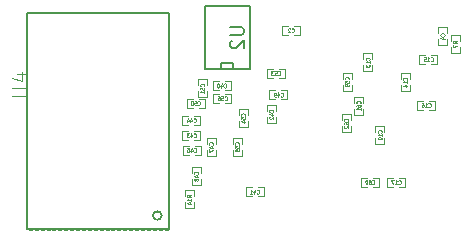
<source format=gbo>
G04 #@! TF.FileFunction,Legend,Bot*
%FSLAX46Y46*%
G04 Gerber Fmt 4.6, Leading zero omitted, Abs format (unit mm)*
G04 Created by KiCad (PCBNEW 4.1.0-alpha+201605292346+6852~44~ubuntu14.04.1-product) date Thu Jun  2 19:47:09 2016*
%MOMM*%
%LPD*%
G01*
G04 APERTURE LIST*
%ADD10C,0.150000*%
%ADD11C,0.071120*%
%ADD12C,0.127000*%
%ADD13C,0.066040*%
%ADD14C,0.203200*%
%ADD15C,0.152400*%
%ADD16C,0.088900*%
G04 APERTURE END LIST*
D10*
D11*
X161874200Y-86474300D02*
X161366200Y-86474300D01*
X161366200Y-86474300D02*
X161366200Y-85712300D01*
X161366200Y-85712300D02*
X161874200Y-85712300D01*
X162382200Y-86474300D02*
X162890200Y-86474300D01*
X162890200Y-86474300D02*
X162890200Y-85712300D01*
X162890200Y-85712300D02*
X162382200Y-85712300D01*
X175348900Y-86842600D02*
X175348900Y-87350600D01*
X175348900Y-87350600D02*
X174586900Y-87350600D01*
X174586900Y-87350600D02*
X174586900Y-86842600D01*
X175348900Y-86334600D02*
X175348900Y-85826600D01*
X175348900Y-85826600D02*
X174586900Y-85826600D01*
X174586900Y-85826600D02*
X174586900Y-86334600D01*
X169278300Y-94678500D02*
X169278300Y-94170500D01*
X169278300Y-94170500D02*
X170040300Y-94170500D01*
X170040300Y-94170500D02*
X170040300Y-94678500D01*
X169278300Y-95186500D02*
X169278300Y-95694500D01*
X169278300Y-95694500D02*
X170040300Y-95694500D01*
X170040300Y-95694500D02*
X170040300Y-95186500D01*
X169011600Y-89039700D02*
X169011600Y-89547700D01*
X169011600Y-89547700D02*
X168249600Y-89547700D01*
X168249600Y-89547700D02*
X168249600Y-89039700D01*
X169011600Y-88531700D02*
X169011600Y-88023700D01*
X169011600Y-88023700D02*
X168249600Y-88023700D01*
X168249600Y-88023700D02*
X168249600Y-88531700D01*
X171411900Y-90220800D02*
X171411900Y-89712800D01*
X171411900Y-89712800D02*
X172173900Y-89712800D01*
X172173900Y-89712800D02*
X172173900Y-90220800D01*
X171411900Y-90728800D02*
X171411900Y-91236800D01*
X171411900Y-91236800D02*
X172173900Y-91236800D01*
X172173900Y-91236800D02*
X172173900Y-90728800D01*
X173507400Y-88912700D02*
X172999400Y-88912700D01*
X172999400Y-88912700D02*
X172999400Y-88150700D01*
X172999400Y-88150700D02*
X173507400Y-88150700D01*
X174015400Y-88912700D02*
X174523400Y-88912700D01*
X174523400Y-88912700D02*
X174523400Y-88150700D01*
X174523400Y-88150700D02*
X174015400Y-88150700D01*
X173316900Y-92811600D02*
X172808900Y-92811600D01*
X172808900Y-92811600D02*
X172808900Y-92049600D01*
X172808900Y-92049600D02*
X173316900Y-92049600D01*
X173824900Y-92811600D02*
X174332900Y-92811600D01*
X174332900Y-92811600D02*
X174332900Y-92049600D01*
X174332900Y-92049600D02*
X173824900Y-92049600D01*
X171284900Y-98590100D02*
X171792900Y-98590100D01*
X171792900Y-98590100D02*
X171792900Y-99352100D01*
X171792900Y-99352100D02*
X171284900Y-99352100D01*
X170776900Y-98590100D02*
X170268900Y-98590100D01*
X170268900Y-98590100D02*
X170268900Y-99352100D01*
X170268900Y-99352100D02*
X170776900Y-99352100D01*
X175666400Y-86995000D02*
X175666400Y-86487000D01*
X175666400Y-86487000D02*
X176428400Y-86487000D01*
X176428400Y-86487000D02*
X176428400Y-86995000D01*
X175666400Y-87503000D02*
X175666400Y-88011000D01*
X175666400Y-88011000D02*
X176428400Y-88011000D01*
X176428400Y-88011000D02*
X176428400Y-87503000D01*
X153898600Y-100660200D02*
X153898600Y-101168200D01*
X153898600Y-101168200D02*
X153136600Y-101168200D01*
X153136600Y-101168200D02*
X153136600Y-100660200D01*
X153898600Y-100152200D02*
X153898600Y-99644200D01*
X153898600Y-99644200D02*
X153136600Y-99644200D01*
X153136600Y-99644200D02*
X153136600Y-100152200D01*
X158788100Y-100152200D02*
X158280100Y-100152200D01*
X158280100Y-100152200D02*
X158280100Y-99390200D01*
X158280100Y-99390200D02*
X158788100Y-99390200D01*
X159296100Y-100152200D02*
X159804100Y-100152200D01*
X159804100Y-100152200D02*
X159804100Y-99390200D01*
X159804100Y-99390200D02*
X159296100Y-99390200D01*
X160858200Y-93446600D02*
X160858200Y-93954600D01*
X160858200Y-93954600D02*
X160096200Y-93954600D01*
X160096200Y-93954600D02*
X160096200Y-93446600D01*
X160858200Y-92938600D02*
X160858200Y-92430600D01*
X160858200Y-92430600D02*
X160096200Y-92430600D01*
X160096200Y-92430600D02*
X160096200Y-92938600D01*
X153428700Y-94094300D02*
X152920700Y-94094300D01*
X152920700Y-94094300D02*
X152920700Y-93332300D01*
X152920700Y-93332300D02*
X153428700Y-93332300D01*
X153936700Y-94094300D02*
X154444700Y-94094300D01*
X154444700Y-94094300D02*
X154444700Y-93332300D01*
X154444700Y-93332300D02*
X153936700Y-93332300D01*
X153797000Y-92633800D02*
X153289000Y-92633800D01*
X153289000Y-92633800D02*
X153289000Y-91871800D01*
X153289000Y-91871800D02*
X153797000Y-91871800D01*
X154305000Y-92633800D02*
X154813000Y-92633800D01*
X154813000Y-92633800D02*
X154813000Y-91871800D01*
X154813000Y-91871800D02*
X154305000Y-91871800D01*
X154254200Y-90754200D02*
X154254200Y-90246200D01*
X154254200Y-90246200D02*
X155016200Y-90246200D01*
X155016200Y-90246200D02*
X155016200Y-90754200D01*
X154254200Y-91262200D02*
X154254200Y-91770200D01*
X154254200Y-91770200D02*
X155016200Y-91770200D01*
X155016200Y-91770200D02*
X155016200Y-91262200D01*
X160591500Y-90093800D02*
X160083500Y-90093800D01*
X160083500Y-90093800D02*
X160083500Y-89331800D01*
X160083500Y-89331800D02*
X160591500Y-89331800D01*
X161099500Y-90093800D02*
X161607500Y-90093800D01*
X161607500Y-90093800D02*
X161607500Y-89331800D01*
X161607500Y-89331800D02*
X161099500Y-89331800D01*
X158457900Y-93751400D02*
X158457900Y-94259400D01*
X158457900Y-94259400D02*
X157695900Y-94259400D01*
X157695900Y-94259400D02*
X157695900Y-93751400D01*
X158457900Y-93243400D02*
X158457900Y-92735400D01*
X158457900Y-92735400D02*
X157695900Y-92735400D01*
X157695900Y-92735400D02*
X157695900Y-93243400D01*
X157187900Y-95694500D02*
X157187900Y-95186500D01*
X157187900Y-95186500D02*
X157949900Y-95186500D01*
X157949900Y-95186500D02*
X157949900Y-95694500D01*
X157187900Y-96202500D02*
X157187900Y-96710500D01*
X157187900Y-96710500D02*
X157949900Y-96710500D01*
X157949900Y-96710500D02*
X157949900Y-96202500D01*
X156578300Y-91478100D02*
X157086300Y-91478100D01*
X157086300Y-91478100D02*
X157086300Y-92240100D01*
X157086300Y-92240100D02*
X156578300Y-92240100D01*
X156070300Y-91478100D02*
X155562300Y-91478100D01*
X155562300Y-91478100D02*
X155562300Y-92240100D01*
X155562300Y-92240100D02*
X156070300Y-92240100D01*
X156006800Y-91147900D02*
X155498800Y-91147900D01*
X155498800Y-91147900D02*
X155498800Y-90385900D01*
X155498800Y-90385900D02*
X156006800Y-90385900D01*
X156514800Y-91147900D02*
X157022800Y-91147900D01*
X157022800Y-91147900D02*
X157022800Y-90385900D01*
X157022800Y-90385900D02*
X156514800Y-90385900D01*
X153441400Y-95377000D02*
X152933400Y-95377000D01*
X152933400Y-95377000D02*
X152933400Y-94615000D01*
X152933400Y-94615000D02*
X153441400Y-94615000D01*
X153949400Y-95377000D02*
X154457400Y-95377000D01*
X154457400Y-95377000D02*
X154457400Y-94615000D01*
X154457400Y-94615000D02*
X153949400Y-94615000D01*
X153466800Y-96608900D02*
X152958800Y-96608900D01*
X152958800Y-96608900D02*
X152958800Y-95846900D01*
X152958800Y-95846900D02*
X153466800Y-95846900D01*
X153974800Y-96608900D02*
X154482800Y-96608900D01*
X154482800Y-96608900D02*
X154482800Y-95846900D01*
X154482800Y-95846900D02*
X153974800Y-95846900D01*
X155740100Y-96202500D02*
X155740100Y-96710500D01*
X155740100Y-96710500D02*
X154978100Y-96710500D01*
X154978100Y-96710500D02*
X154978100Y-96202500D01*
X155740100Y-95694500D02*
X155740100Y-95186500D01*
X155740100Y-95186500D02*
X154978100Y-95186500D01*
X154978100Y-95186500D02*
X154978100Y-95694500D01*
X153733500Y-98171000D02*
X153733500Y-97663000D01*
X153733500Y-97663000D02*
X154495500Y-97663000D01*
X154495500Y-97663000D02*
X154495500Y-98171000D01*
X153733500Y-98679000D02*
X153733500Y-99187000D01*
X153733500Y-99187000D02*
X154495500Y-99187000D01*
X154495500Y-99187000D02*
X154495500Y-98679000D01*
X160807400Y-91935300D02*
X160299400Y-91935300D01*
X160299400Y-91935300D02*
X160299400Y-91173300D01*
X160299400Y-91173300D02*
X160807400Y-91173300D01*
X161315400Y-91935300D02*
X161823400Y-91935300D01*
X161823400Y-91935300D02*
X161823400Y-91173300D01*
X161823400Y-91173300D02*
X161315400Y-91173300D01*
X167259000Y-90690700D02*
X167259000Y-91198700D01*
X167259000Y-91198700D02*
X166497000Y-91198700D01*
X166497000Y-91198700D02*
X166497000Y-90690700D01*
X167259000Y-90182700D02*
X167259000Y-89674700D01*
X167259000Y-89674700D02*
X166497000Y-89674700D01*
X166497000Y-89674700D02*
X166497000Y-90182700D01*
X168554400Y-99314000D02*
X168046400Y-99314000D01*
X168046400Y-99314000D02*
X168046400Y-98552000D01*
X168046400Y-98552000D02*
X168554400Y-98552000D01*
X169062400Y-99314000D02*
X169570400Y-99314000D01*
X169570400Y-99314000D02*
X169570400Y-98552000D01*
X169570400Y-98552000D02*
X169062400Y-98552000D01*
X167474900Y-92202000D02*
X167474900Y-91694000D01*
X167474900Y-91694000D02*
X168236900Y-91694000D01*
X168236900Y-91694000D02*
X168236900Y-92202000D01*
X167474900Y-92710000D02*
X167474900Y-93218000D01*
X167474900Y-93218000D02*
X168236900Y-93218000D01*
X168236900Y-93218000D02*
X168236900Y-92710000D01*
X167195500Y-94195900D02*
X167195500Y-94703900D01*
X167195500Y-94703900D02*
X166433500Y-94703900D01*
X166433500Y-94703900D02*
X166433500Y-94195900D01*
X167195500Y-93687900D02*
X167195500Y-93179900D01*
X167195500Y-93179900D02*
X166433500Y-93179900D01*
X166433500Y-93179900D02*
X166433500Y-93687900D01*
D12*
X154952700Y-89357200D02*
X154825700Y-89357200D01*
X154825700Y-89357200D02*
X154825700Y-84023200D01*
X158635700Y-84023200D02*
X158635700Y-89357200D01*
X158635700Y-89357200D02*
X154952700Y-89357200D01*
X157238700Y-89357200D02*
X157238700Y-88849200D01*
X157238700Y-88849200D02*
X156222700Y-88849200D01*
X156222700Y-88849200D02*
X156222700Y-89357200D01*
X158635700Y-84023200D02*
X154825700Y-84023200D01*
D10*
X151169255Y-101764100D02*
G75*
G03X151169255Y-101764100I-360555J0D01*
G01*
D13*
X151432260Y-102986840D02*
X151681180Y-102986840D01*
X150931880Y-102986840D02*
X151183340Y-102986840D01*
X150431500Y-102986840D02*
X150682960Y-102986840D01*
X149933660Y-102986840D02*
X150182580Y-102986840D01*
X149433280Y-102986840D02*
X149682200Y-102986840D01*
X148932900Y-102986840D02*
X149181820Y-102986840D01*
X148432520Y-102986840D02*
X148681440Y-102986840D01*
X147932140Y-102986840D02*
X148183600Y-102986840D01*
X147431760Y-102986840D02*
X147683220Y-102986840D01*
X146931380Y-102986840D02*
X147182840Y-102986840D01*
X146433540Y-102986840D02*
X146682460Y-102986840D01*
X145933160Y-102986840D02*
X146182080Y-102986840D01*
X145435320Y-102986840D02*
X145684240Y-102986840D01*
X144934940Y-102986840D02*
X145183860Y-102986840D01*
X144434560Y-102986840D02*
X144686020Y-102986840D01*
X143934180Y-102986840D02*
X144185640Y-102986840D01*
X143433800Y-102986840D02*
X143685260Y-102986840D01*
X142935960Y-102986840D02*
X143184880Y-102986840D01*
X142435580Y-102986840D02*
X142684500Y-102986840D01*
X141935200Y-102986840D02*
X142184120Y-102986840D01*
X141434820Y-102986840D02*
X141683740Y-102986840D01*
X140934440Y-102986840D02*
X141185900Y-102986840D01*
X140434060Y-102986840D02*
X140685520Y-102986840D01*
X139936220Y-102986840D02*
X140185140Y-102986840D01*
X139936220Y-84541360D02*
X140185140Y-84541360D01*
X140434060Y-84541360D02*
X140685520Y-84541360D01*
X140934440Y-84541360D02*
X141185900Y-84541360D01*
X141434820Y-84541360D02*
X141683740Y-84541360D01*
X141935200Y-84541360D02*
X142184120Y-84541360D01*
X142435580Y-84541360D02*
X142684500Y-84541360D01*
X142935960Y-84541360D02*
X143184880Y-84541360D01*
X143433800Y-84541360D02*
X143685260Y-84541360D01*
X143934180Y-84541360D02*
X144185640Y-84541360D01*
X144434560Y-84541360D02*
X144686020Y-84541360D01*
X144934940Y-84541360D02*
X145183860Y-84541360D01*
X145435320Y-84541360D02*
X145684240Y-84541360D01*
X145933160Y-84541360D02*
X146182080Y-84541360D01*
X146433540Y-84541360D02*
X146682460Y-84541360D01*
X146931380Y-84541360D02*
X147182840Y-84541360D01*
X147431760Y-84541360D02*
X147683220Y-84541360D01*
X147932140Y-84541360D02*
X148183600Y-84541360D01*
X148432520Y-84541360D02*
X148681440Y-84541360D01*
X148932900Y-84541360D02*
X149181820Y-84541360D01*
X149433280Y-84541360D02*
X149682200Y-84541360D01*
X149933660Y-84541360D02*
X150182580Y-84541360D01*
X150431500Y-84541360D02*
X150682960Y-84541360D01*
X150931880Y-84541360D02*
X151183340Y-84541360D01*
X151432260Y-84541360D02*
X151681180Y-84541360D01*
D14*
X151808180Y-102913180D02*
X151808180Y-84615020D01*
X151808180Y-84615020D02*
X139809220Y-84615020D01*
X139809220Y-84615020D02*
X139809220Y-102913180D01*
X139809220Y-102913180D02*
X151808180Y-102913180D01*
D11*
X162179000Y-86218485D02*
X162193514Y-86235177D01*
X162237057Y-86251868D01*
X162266085Y-86251868D01*
X162309628Y-86235177D01*
X162338657Y-86201794D01*
X162353171Y-86168411D01*
X162367685Y-86101645D01*
X162367685Y-86051571D01*
X162353171Y-85984805D01*
X162338657Y-85951422D01*
X162309628Y-85918040D01*
X162266085Y-85901348D01*
X162237057Y-85901348D01*
X162193514Y-85918040D01*
X162179000Y-85934731D01*
X162062885Y-85934731D02*
X162048371Y-85918040D01*
X162019342Y-85901348D01*
X161946771Y-85901348D01*
X161917742Y-85918040D01*
X161903228Y-85934731D01*
X161888714Y-85968114D01*
X161888714Y-86001497D01*
X161903228Y-86051571D01*
X162077400Y-86251868D01*
X161888714Y-86251868D01*
X175093085Y-86537800D02*
X175109777Y-86523285D01*
X175126468Y-86479742D01*
X175126468Y-86450714D01*
X175109777Y-86407171D01*
X175076394Y-86378142D01*
X175043011Y-86363628D01*
X174976245Y-86349114D01*
X174926171Y-86349114D01*
X174859405Y-86363628D01*
X174826022Y-86378142D01*
X174792640Y-86407171D01*
X174775948Y-86450714D01*
X174775948Y-86479742D01*
X174792640Y-86523285D01*
X174809331Y-86537800D01*
X174892788Y-86799057D02*
X175126468Y-86799057D01*
X174759257Y-86726485D02*
X175009628Y-86653914D01*
X175009628Y-86842600D01*
X169784485Y-94736557D02*
X169801177Y-94722042D01*
X169817868Y-94678500D01*
X169817868Y-94649471D01*
X169801177Y-94605928D01*
X169767794Y-94576900D01*
X169734411Y-94562385D01*
X169667645Y-94547871D01*
X169617571Y-94547871D01*
X169550805Y-94562385D01*
X169517422Y-94576900D01*
X169484040Y-94605928D01*
X169467348Y-94649471D01*
X169467348Y-94678500D01*
X169484040Y-94722042D01*
X169500731Y-94736557D01*
X169817868Y-95026842D02*
X169817868Y-94852671D01*
X169817868Y-94939757D02*
X169467348Y-94939757D01*
X169517422Y-94910728D01*
X169550805Y-94881700D01*
X169567497Y-94852671D01*
X169467348Y-95215528D02*
X169467348Y-95244557D01*
X169484040Y-95273585D01*
X169500731Y-95288100D01*
X169534114Y-95302614D01*
X169600880Y-95317128D01*
X169684337Y-95317128D01*
X169751102Y-95302614D01*
X169784485Y-95288100D01*
X169801177Y-95273585D01*
X169817868Y-95244557D01*
X169817868Y-95215528D01*
X169801177Y-95186500D01*
X169784485Y-95171985D01*
X169751102Y-95157471D01*
X169684337Y-95142957D01*
X169600880Y-95142957D01*
X169534114Y-95157471D01*
X169500731Y-95171985D01*
X169484040Y-95186500D01*
X169467348Y-95215528D01*
X168755785Y-88589757D02*
X168772477Y-88575242D01*
X168789168Y-88531700D01*
X168789168Y-88502671D01*
X168772477Y-88459128D01*
X168739094Y-88430100D01*
X168705711Y-88415585D01*
X168638945Y-88401071D01*
X168588871Y-88401071D01*
X168522105Y-88415585D01*
X168488722Y-88430100D01*
X168455340Y-88459128D01*
X168438648Y-88502671D01*
X168438648Y-88531700D01*
X168455340Y-88575242D01*
X168472031Y-88589757D01*
X168789168Y-88880042D02*
X168789168Y-88705871D01*
X168789168Y-88792957D02*
X168438648Y-88792957D01*
X168488722Y-88763928D01*
X168522105Y-88734900D01*
X168538797Y-88705871D01*
X168438648Y-88981642D02*
X168438648Y-89170328D01*
X168572180Y-89068728D01*
X168572180Y-89112271D01*
X168588871Y-89141300D01*
X168605562Y-89155814D01*
X168638945Y-89170328D01*
X168722402Y-89170328D01*
X168755785Y-89155814D01*
X168772477Y-89141300D01*
X168789168Y-89112271D01*
X168789168Y-89025185D01*
X168772477Y-88996157D01*
X168755785Y-88981642D01*
X171918085Y-90278857D02*
X171934777Y-90264342D01*
X171951468Y-90220800D01*
X171951468Y-90191771D01*
X171934777Y-90148228D01*
X171901394Y-90119200D01*
X171868011Y-90104685D01*
X171801245Y-90090171D01*
X171751171Y-90090171D01*
X171684405Y-90104685D01*
X171651022Y-90119200D01*
X171617640Y-90148228D01*
X171600948Y-90191771D01*
X171600948Y-90220800D01*
X171617640Y-90264342D01*
X171634331Y-90278857D01*
X171951468Y-90569142D02*
X171951468Y-90394971D01*
X171951468Y-90482057D02*
X171600948Y-90482057D01*
X171651022Y-90453028D01*
X171684405Y-90424000D01*
X171701097Y-90394971D01*
X171717788Y-90830400D02*
X171951468Y-90830400D01*
X171584257Y-90757828D02*
X171834628Y-90685257D01*
X171834628Y-90873942D01*
X173957342Y-88656885D02*
X173971857Y-88673577D01*
X174015400Y-88690268D01*
X174044428Y-88690268D01*
X174087971Y-88673577D01*
X174117000Y-88640194D01*
X174131514Y-88606811D01*
X174146028Y-88540045D01*
X174146028Y-88489971D01*
X174131514Y-88423205D01*
X174117000Y-88389822D01*
X174087971Y-88356440D01*
X174044428Y-88339748D01*
X174015400Y-88339748D01*
X173971857Y-88356440D01*
X173957342Y-88373131D01*
X173667057Y-88690268D02*
X173841228Y-88690268D01*
X173754142Y-88690268D02*
X173754142Y-88339748D01*
X173783171Y-88389822D01*
X173812200Y-88423205D01*
X173841228Y-88439897D01*
X173391285Y-88339748D02*
X173536428Y-88339748D01*
X173550942Y-88506662D01*
X173536428Y-88489971D01*
X173507400Y-88473280D01*
X173434828Y-88473280D01*
X173405800Y-88489971D01*
X173391285Y-88506662D01*
X173376771Y-88540045D01*
X173376771Y-88623502D01*
X173391285Y-88656885D01*
X173405800Y-88673577D01*
X173434828Y-88690268D01*
X173507400Y-88690268D01*
X173536428Y-88673577D01*
X173550942Y-88656885D01*
X173766842Y-92555785D02*
X173781357Y-92572477D01*
X173824900Y-92589168D01*
X173853928Y-92589168D01*
X173897471Y-92572477D01*
X173926500Y-92539094D01*
X173941014Y-92505711D01*
X173955528Y-92438945D01*
X173955528Y-92388871D01*
X173941014Y-92322105D01*
X173926500Y-92288722D01*
X173897471Y-92255340D01*
X173853928Y-92238648D01*
X173824900Y-92238648D01*
X173781357Y-92255340D01*
X173766842Y-92272031D01*
X173476557Y-92589168D02*
X173650728Y-92589168D01*
X173563642Y-92589168D02*
X173563642Y-92238648D01*
X173592671Y-92288722D01*
X173621700Y-92322105D01*
X173650728Y-92338797D01*
X173215300Y-92238648D02*
X173273357Y-92238648D01*
X173302385Y-92255340D01*
X173316900Y-92272031D01*
X173345928Y-92322105D01*
X173360442Y-92388871D01*
X173360442Y-92522402D01*
X173345928Y-92555785D01*
X173331414Y-92572477D01*
X173302385Y-92589168D01*
X173244328Y-92589168D01*
X173215300Y-92572477D01*
X173200785Y-92555785D01*
X173186271Y-92522402D01*
X173186271Y-92438945D01*
X173200785Y-92405562D01*
X173215300Y-92388871D01*
X173244328Y-92372180D01*
X173302385Y-92372180D01*
X173331414Y-92388871D01*
X173345928Y-92405562D01*
X173360442Y-92438945D01*
X171226842Y-99096285D02*
X171241357Y-99112977D01*
X171284900Y-99129668D01*
X171313928Y-99129668D01*
X171357471Y-99112977D01*
X171386500Y-99079594D01*
X171401014Y-99046211D01*
X171415528Y-98979445D01*
X171415528Y-98929371D01*
X171401014Y-98862605D01*
X171386500Y-98829222D01*
X171357471Y-98795840D01*
X171313928Y-98779148D01*
X171284900Y-98779148D01*
X171241357Y-98795840D01*
X171226842Y-98812531D01*
X170936557Y-99129668D02*
X171110728Y-99129668D01*
X171023642Y-99129668D02*
X171023642Y-98779148D01*
X171052671Y-98829222D01*
X171081700Y-98862605D01*
X171110728Y-98879297D01*
X170834957Y-98779148D02*
X170631757Y-98779148D01*
X170762385Y-99129668D01*
X176205968Y-87198200D02*
X176039054Y-87096600D01*
X176205968Y-87024028D02*
X175855448Y-87024028D01*
X175855448Y-87140142D01*
X175872140Y-87169171D01*
X175888831Y-87183685D01*
X175922214Y-87198200D01*
X175972288Y-87198200D01*
X176005671Y-87183685D01*
X176022362Y-87169171D01*
X176039054Y-87140142D01*
X176039054Y-87024028D01*
X175855448Y-87299800D02*
X175855448Y-87503000D01*
X176205968Y-87372371D01*
X153676168Y-100210257D02*
X153509254Y-100108657D01*
X153676168Y-100036085D02*
X153325648Y-100036085D01*
X153325648Y-100152200D01*
X153342340Y-100181228D01*
X153359031Y-100195742D01*
X153392414Y-100210257D01*
X153442488Y-100210257D01*
X153475871Y-100195742D01*
X153492562Y-100181228D01*
X153509254Y-100152200D01*
X153509254Y-100036085D01*
X153676168Y-100500542D02*
X153676168Y-100326371D01*
X153676168Y-100413457D02*
X153325648Y-100413457D01*
X153375722Y-100384428D01*
X153409105Y-100355400D01*
X153425797Y-100326371D01*
X153442488Y-100761800D02*
X153676168Y-100761800D01*
X153308957Y-100689228D02*
X153559328Y-100616657D01*
X153559328Y-100805342D01*
X159238042Y-99896385D02*
X159252557Y-99913077D01*
X159296100Y-99929768D01*
X159325128Y-99929768D01*
X159368671Y-99913077D01*
X159397700Y-99879694D01*
X159412214Y-99846311D01*
X159426728Y-99779545D01*
X159426728Y-99729471D01*
X159412214Y-99662705D01*
X159397700Y-99629322D01*
X159368671Y-99595940D01*
X159325128Y-99579248D01*
X159296100Y-99579248D01*
X159252557Y-99595940D01*
X159238042Y-99612631D01*
X158976785Y-99696088D02*
X158976785Y-99929768D01*
X159049357Y-99562557D02*
X159121928Y-99812928D01*
X158933242Y-99812928D01*
X158657471Y-99929768D02*
X158831642Y-99929768D01*
X158744557Y-99929768D02*
X158744557Y-99579248D01*
X158773585Y-99629322D01*
X158802614Y-99662705D01*
X158831642Y-99679397D01*
X160602385Y-92996657D02*
X160619077Y-92982142D01*
X160635768Y-92938600D01*
X160635768Y-92909571D01*
X160619077Y-92866028D01*
X160585694Y-92837000D01*
X160552311Y-92822485D01*
X160485545Y-92807971D01*
X160435471Y-92807971D01*
X160368705Y-92822485D01*
X160335322Y-92837000D01*
X160301940Y-92866028D01*
X160285248Y-92909571D01*
X160285248Y-92938600D01*
X160301940Y-92982142D01*
X160318631Y-92996657D01*
X160402088Y-93257914D02*
X160635768Y-93257914D01*
X160268557Y-93185342D02*
X160518928Y-93112771D01*
X160518928Y-93301457D01*
X160318631Y-93403057D02*
X160301940Y-93417571D01*
X160285248Y-93446600D01*
X160285248Y-93519171D01*
X160301940Y-93548200D01*
X160318631Y-93562714D01*
X160352014Y-93577228D01*
X160385397Y-93577228D01*
X160435471Y-93562714D01*
X160635768Y-93388542D01*
X160635768Y-93577228D01*
X153878642Y-93838485D02*
X153893157Y-93855177D01*
X153936700Y-93871868D01*
X153965728Y-93871868D01*
X154009271Y-93855177D01*
X154038300Y-93821794D01*
X154052814Y-93788411D01*
X154067328Y-93721645D01*
X154067328Y-93671571D01*
X154052814Y-93604805D01*
X154038300Y-93571422D01*
X154009271Y-93538040D01*
X153965728Y-93521348D01*
X153936700Y-93521348D01*
X153893157Y-93538040D01*
X153878642Y-93554731D01*
X153617385Y-93638188D02*
X153617385Y-93871868D01*
X153689957Y-93504657D02*
X153762528Y-93755028D01*
X153573842Y-93755028D01*
X153327100Y-93638188D02*
X153327100Y-93871868D01*
X153399671Y-93504657D02*
X153472242Y-93755028D01*
X153283557Y-93755028D01*
X154246942Y-92377985D02*
X154261457Y-92394677D01*
X154305000Y-92411368D01*
X154334028Y-92411368D01*
X154377571Y-92394677D01*
X154406600Y-92361294D01*
X154421114Y-92327911D01*
X154435628Y-92261145D01*
X154435628Y-92211071D01*
X154421114Y-92144305D01*
X154406600Y-92110922D01*
X154377571Y-92077540D01*
X154334028Y-92060848D01*
X154305000Y-92060848D01*
X154261457Y-92077540D01*
X154246942Y-92094231D01*
X153971171Y-92060848D02*
X154116314Y-92060848D01*
X154130828Y-92227762D01*
X154116314Y-92211071D01*
X154087285Y-92194380D01*
X154014714Y-92194380D01*
X153985685Y-92211071D01*
X153971171Y-92227762D01*
X153956657Y-92261145D01*
X153956657Y-92344602D01*
X153971171Y-92377985D01*
X153985685Y-92394677D01*
X154014714Y-92411368D01*
X154087285Y-92411368D01*
X154116314Y-92394677D01*
X154130828Y-92377985D01*
X153767971Y-92060848D02*
X153738942Y-92060848D01*
X153709914Y-92077540D01*
X153695400Y-92094231D01*
X153680885Y-92127614D01*
X153666371Y-92194380D01*
X153666371Y-92277837D01*
X153680885Y-92344602D01*
X153695400Y-92377985D01*
X153709914Y-92394677D01*
X153738942Y-92411368D01*
X153767971Y-92411368D01*
X153797000Y-92394677D01*
X153811514Y-92377985D01*
X153826028Y-92344602D01*
X153840542Y-92277837D01*
X153840542Y-92194380D01*
X153826028Y-92127614D01*
X153811514Y-92094231D01*
X153797000Y-92077540D01*
X153767971Y-92060848D01*
X154760385Y-90812257D02*
X154777077Y-90797742D01*
X154793768Y-90754200D01*
X154793768Y-90725171D01*
X154777077Y-90681628D01*
X154743694Y-90652600D01*
X154710311Y-90638085D01*
X154643545Y-90623571D01*
X154593471Y-90623571D01*
X154526705Y-90638085D01*
X154493322Y-90652600D01*
X154459940Y-90681628D01*
X154443248Y-90725171D01*
X154443248Y-90754200D01*
X154459940Y-90797742D01*
X154476631Y-90812257D01*
X154443248Y-91088028D02*
X154443248Y-90942885D01*
X154610162Y-90928371D01*
X154593471Y-90942885D01*
X154576780Y-90971914D01*
X154576780Y-91044485D01*
X154593471Y-91073514D01*
X154610162Y-91088028D01*
X154643545Y-91102542D01*
X154727002Y-91102542D01*
X154760385Y-91088028D01*
X154777077Y-91073514D01*
X154793768Y-91044485D01*
X154793768Y-90971914D01*
X154777077Y-90942885D01*
X154760385Y-90928371D01*
X154793768Y-91392828D02*
X154793768Y-91218657D01*
X154793768Y-91305742D02*
X154443248Y-91305742D01*
X154493322Y-91276714D01*
X154526705Y-91247685D01*
X154543397Y-91218657D01*
X161041442Y-89837985D02*
X161055957Y-89854677D01*
X161099500Y-89871368D01*
X161128528Y-89871368D01*
X161172071Y-89854677D01*
X161201100Y-89821294D01*
X161215614Y-89787911D01*
X161230128Y-89721145D01*
X161230128Y-89671071D01*
X161215614Y-89604305D01*
X161201100Y-89570922D01*
X161172071Y-89537540D01*
X161128528Y-89520848D01*
X161099500Y-89520848D01*
X161055957Y-89537540D01*
X161041442Y-89554231D01*
X160765671Y-89520848D02*
X160910814Y-89520848D01*
X160925328Y-89687762D01*
X160910814Y-89671071D01*
X160881785Y-89654380D01*
X160809214Y-89654380D01*
X160780185Y-89671071D01*
X160765671Y-89687762D01*
X160751157Y-89721145D01*
X160751157Y-89804602D01*
X160765671Y-89837985D01*
X160780185Y-89854677D01*
X160809214Y-89871368D01*
X160881785Y-89871368D01*
X160910814Y-89854677D01*
X160925328Y-89837985D01*
X160649557Y-89520848D02*
X160460871Y-89520848D01*
X160562471Y-89654380D01*
X160518928Y-89654380D01*
X160489900Y-89671071D01*
X160475385Y-89687762D01*
X160460871Y-89721145D01*
X160460871Y-89804602D01*
X160475385Y-89837985D01*
X160489900Y-89854677D01*
X160518928Y-89871368D01*
X160606014Y-89871368D01*
X160635042Y-89854677D01*
X160649557Y-89837985D01*
X158202085Y-93301457D02*
X158218777Y-93286942D01*
X158235468Y-93243400D01*
X158235468Y-93214371D01*
X158218777Y-93170828D01*
X158185394Y-93141800D01*
X158152011Y-93127285D01*
X158085245Y-93112771D01*
X158035171Y-93112771D01*
X157968405Y-93127285D01*
X157935022Y-93141800D01*
X157901640Y-93170828D01*
X157884948Y-93214371D01*
X157884948Y-93243400D01*
X157901640Y-93286942D01*
X157918331Y-93301457D01*
X157884948Y-93577228D02*
X157884948Y-93432085D01*
X158051862Y-93417571D01*
X158035171Y-93432085D01*
X158018480Y-93461114D01*
X158018480Y-93533685D01*
X158035171Y-93562714D01*
X158051862Y-93577228D01*
X158085245Y-93591742D01*
X158168702Y-93591742D01*
X158202085Y-93577228D01*
X158218777Y-93562714D01*
X158235468Y-93533685D01*
X158235468Y-93461114D01*
X158218777Y-93432085D01*
X158202085Y-93417571D01*
X158001788Y-93853000D02*
X158235468Y-93853000D01*
X157868257Y-93780428D02*
X158118628Y-93707857D01*
X158118628Y-93896542D01*
X157694085Y-95752557D02*
X157710777Y-95738042D01*
X157727468Y-95694500D01*
X157727468Y-95665471D01*
X157710777Y-95621928D01*
X157677394Y-95592900D01*
X157644011Y-95578385D01*
X157577245Y-95563871D01*
X157527171Y-95563871D01*
X157460405Y-95578385D01*
X157427022Y-95592900D01*
X157393640Y-95621928D01*
X157376948Y-95665471D01*
X157376948Y-95694500D01*
X157393640Y-95738042D01*
X157410331Y-95752557D01*
X157376948Y-96028328D02*
X157376948Y-95883185D01*
X157543862Y-95868671D01*
X157527171Y-95883185D01*
X157510480Y-95912214D01*
X157510480Y-95984785D01*
X157527171Y-96013814D01*
X157543862Y-96028328D01*
X157577245Y-96042842D01*
X157660702Y-96042842D01*
X157694085Y-96028328D01*
X157710777Y-96013814D01*
X157727468Y-95984785D01*
X157727468Y-95912214D01*
X157710777Y-95883185D01*
X157694085Y-95868671D01*
X157376948Y-96318614D02*
X157376948Y-96173471D01*
X157543862Y-96158957D01*
X157527171Y-96173471D01*
X157510480Y-96202500D01*
X157510480Y-96275071D01*
X157527171Y-96304100D01*
X157543862Y-96318614D01*
X157577245Y-96333128D01*
X157660702Y-96333128D01*
X157694085Y-96318614D01*
X157710777Y-96304100D01*
X157727468Y-96275071D01*
X157727468Y-96202500D01*
X157710777Y-96173471D01*
X157694085Y-96158957D01*
X156520242Y-91984285D02*
X156534757Y-92000977D01*
X156578300Y-92017668D01*
X156607328Y-92017668D01*
X156650871Y-92000977D01*
X156679900Y-91967594D01*
X156694414Y-91934211D01*
X156708928Y-91867445D01*
X156708928Y-91817371D01*
X156694414Y-91750605D01*
X156679900Y-91717222D01*
X156650871Y-91683840D01*
X156607328Y-91667148D01*
X156578300Y-91667148D01*
X156534757Y-91683840D01*
X156520242Y-91700531D01*
X156244471Y-91667148D02*
X156389614Y-91667148D01*
X156404128Y-91834062D01*
X156389614Y-91817371D01*
X156360585Y-91800680D01*
X156288014Y-91800680D01*
X156258985Y-91817371D01*
X156244471Y-91834062D01*
X156229957Y-91867445D01*
X156229957Y-91950902D01*
X156244471Y-91984285D01*
X156258985Y-92000977D01*
X156288014Y-92017668D01*
X156360585Y-92017668D01*
X156389614Y-92000977D01*
X156404128Y-91984285D01*
X155968700Y-91667148D02*
X156026757Y-91667148D01*
X156055785Y-91683840D01*
X156070300Y-91700531D01*
X156099328Y-91750605D01*
X156113842Y-91817371D01*
X156113842Y-91950902D01*
X156099328Y-91984285D01*
X156084814Y-92000977D01*
X156055785Y-92017668D01*
X155997728Y-92017668D01*
X155968700Y-92000977D01*
X155954185Y-91984285D01*
X155939671Y-91950902D01*
X155939671Y-91867445D01*
X155954185Y-91834062D01*
X155968700Y-91817371D01*
X155997728Y-91800680D01*
X156055785Y-91800680D01*
X156084814Y-91817371D01*
X156099328Y-91834062D01*
X156113842Y-91867445D01*
X156456742Y-90892085D02*
X156471257Y-90908777D01*
X156514800Y-90925468D01*
X156543828Y-90925468D01*
X156587371Y-90908777D01*
X156616400Y-90875394D01*
X156630914Y-90842011D01*
X156645428Y-90775245D01*
X156645428Y-90725171D01*
X156630914Y-90658405D01*
X156616400Y-90625022D01*
X156587371Y-90591640D01*
X156543828Y-90574948D01*
X156514800Y-90574948D01*
X156471257Y-90591640D01*
X156456742Y-90608331D01*
X156195485Y-90691788D02*
X156195485Y-90925468D01*
X156268057Y-90558257D02*
X156340628Y-90808628D01*
X156151942Y-90808628D01*
X155977771Y-90574948D02*
X155948742Y-90574948D01*
X155919714Y-90591640D01*
X155905200Y-90608331D01*
X155890685Y-90641714D01*
X155876171Y-90708480D01*
X155876171Y-90791937D01*
X155890685Y-90858702D01*
X155905200Y-90892085D01*
X155919714Y-90908777D01*
X155948742Y-90925468D01*
X155977771Y-90925468D01*
X156006800Y-90908777D01*
X156021314Y-90892085D01*
X156035828Y-90858702D01*
X156050342Y-90791937D01*
X156050342Y-90708480D01*
X156035828Y-90641714D01*
X156021314Y-90608331D01*
X156006800Y-90591640D01*
X155977771Y-90574948D01*
X153891342Y-95121185D02*
X153905857Y-95137877D01*
X153949400Y-95154568D01*
X153978428Y-95154568D01*
X154021971Y-95137877D01*
X154051000Y-95104494D01*
X154065514Y-95071111D01*
X154080028Y-95004345D01*
X154080028Y-94954271D01*
X154065514Y-94887505D01*
X154051000Y-94854122D01*
X154021971Y-94820740D01*
X153978428Y-94804048D01*
X153949400Y-94804048D01*
X153905857Y-94820740D01*
X153891342Y-94837431D01*
X153630085Y-94920888D02*
X153630085Y-95154568D01*
X153702657Y-94787357D02*
X153775228Y-95037728D01*
X153586542Y-95037728D01*
X153499457Y-94804048D02*
X153310771Y-94804048D01*
X153412371Y-94937580D01*
X153368828Y-94937580D01*
X153339800Y-94954271D01*
X153325285Y-94970962D01*
X153310771Y-95004345D01*
X153310771Y-95087802D01*
X153325285Y-95121185D01*
X153339800Y-95137877D01*
X153368828Y-95154568D01*
X153455914Y-95154568D01*
X153484942Y-95137877D01*
X153499457Y-95121185D01*
X153916742Y-96353085D02*
X153931257Y-96369777D01*
X153974800Y-96386468D01*
X154003828Y-96386468D01*
X154047371Y-96369777D01*
X154076400Y-96336394D01*
X154090914Y-96303011D01*
X154105428Y-96236245D01*
X154105428Y-96186171D01*
X154090914Y-96119405D01*
X154076400Y-96086022D01*
X154047371Y-96052640D01*
X154003828Y-96035948D01*
X153974800Y-96035948D01*
X153931257Y-96052640D01*
X153916742Y-96069331D01*
X153655485Y-96152788D02*
X153655485Y-96386468D01*
X153728057Y-96019257D02*
X153800628Y-96269628D01*
X153611942Y-96269628D01*
X153365200Y-96035948D02*
X153423257Y-96035948D01*
X153452285Y-96052640D01*
X153466800Y-96069331D01*
X153495828Y-96119405D01*
X153510342Y-96186171D01*
X153510342Y-96319702D01*
X153495828Y-96353085D01*
X153481314Y-96369777D01*
X153452285Y-96386468D01*
X153394228Y-96386468D01*
X153365200Y-96369777D01*
X153350685Y-96353085D01*
X153336171Y-96319702D01*
X153336171Y-96236245D01*
X153350685Y-96202862D01*
X153365200Y-96186171D01*
X153394228Y-96169480D01*
X153452285Y-96169480D01*
X153481314Y-96186171D01*
X153495828Y-96202862D01*
X153510342Y-96236245D01*
X155484285Y-95752557D02*
X155500977Y-95738042D01*
X155517668Y-95694500D01*
X155517668Y-95665471D01*
X155500977Y-95621928D01*
X155467594Y-95592900D01*
X155434211Y-95578385D01*
X155367445Y-95563871D01*
X155317371Y-95563871D01*
X155250605Y-95578385D01*
X155217222Y-95592900D01*
X155183840Y-95621928D01*
X155167148Y-95665471D01*
X155167148Y-95694500D01*
X155183840Y-95738042D01*
X155200531Y-95752557D01*
X155283988Y-96013814D02*
X155517668Y-96013814D01*
X155150457Y-95941242D02*
X155400828Y-95868671D01*
X155400828Y-96057357D01*
X155167148Y-96144442D02*
X155167148Y-96347642D01*
X155517668Y-96217014D01*
X154239685Y-98229057D02*
X154256377Y-98214542D01*
X154273068Y-98171000D01*
X154273068Y-98141971D01*
X154256377Y-98098428D01*
X154222994Y-98069400D01*
X154189611Y-98054885D01*
X154122845Y-98040371D01*
X154072771Y-98040371D01*
X154006005Y-98054885D01*
X153972622Y-98069400D01*
X153939240Y-98098428D01*
X153922548Y-98141971D01*
X153922548Y-98171000D01*
X153939240Y-98214542D01*
X153955931Y-98229057D01*
X154039388Y-98490314D02*
X154273068Y-98490314D01*
X153905857Y-98417742D02*
X154156228Y-98345171D01*
X154156228Y-98533857D01*
X154072771Y-98693514D02*
X154056080Y-98664485D01*
X154039388Y-98649971D01*
X154006005Y-98635457D01*
X153989314Y-98635457D01*
X153955931Y-98649971D01*
X153939240Y-98664485D01*
X153922548Y-98693514D01*
X153922548Y-98751571D01*
X153939240Y-98780600D01*
X153955931Y-98795114D01*
X153989314Y-98809628D01*
X154006005Y-98809628D01*
X154039388Y-98795114D01*
X154056080Y-98780600D01*
X154072771Y-98751571D01*
X154072771Y-98693514D01*
X154089462Y-98664485D01*
X154106154Y-98649971D01*
X154139537Y-98635457D01*
X154206302Y-98635457D01*
X154239685Y-98649971D01*
X154256377Y-98664485D01*
X154273068Y-98693514D01*
X154273068Y-98751571D01*
X154256377Y-98780600D01*
X154239685Y-98795114D01*
X154206302Y-98809628D01*
X154139537Y-98809628D01*
X154106154Y-98795114D01*
X154089462Y-98780600D01*
X154072771Y-98751571D01*
X161257342Y-91679485D02*
X161271857Y-91696177D01*
X161315400Y-91712868D01*
X161344428Y-91712868D01*
X161387971Y-91696177D01*
X161417000Y-91662794D01*
X161431514Y-91629411D01*
X161446028Y-91562645D01*
X161446028Y-91512571D01*
X161431514Y-91445805D01*
X161417000Y-91412422D01*
X161387971Y-91379040D01*
X161344428Y-91362348D01*
X161315400Y-91362348D01*
X161271857Y-91379040D01*
X161257342Y-91395731D01*
X160996085Y-91479188D02*
X160996085Y-91712868D01*
X161068657Y-91345657D02*
X161141228Y-91596028D01*
X160952542Y-91596028D01*
X160821914Y-91712868D02*
X160763857Y-91712868D01*
X160734828Y-91696177D01*
X160720314Y-91679485D01*
X160691285Y-91629411D01*
X160676771Y-91562645D01*
X160676771Y-91429114D01*
X160691285Y-91395731D01*
X160705800Y-91379040D01*
X160734828Y-91362348D01*
X160792885Y-91362348D01*
X160821914Y-91379040D01*
X160836428Y-91395731D01*
X160850942Y-91429114D01*
X160850942Y-91512571D01*
X160836428Y-91545954D01*
X160821914Y-91562645D01*
X160792885Y-91579337D01*
X160734828Y-91579337D01*
X160705800Y-91562645D01*
X160691285Y-91545954D01*
X160676771Y-91512571D01*
X167003185Y-90240757D02*
X167019877Y-90226242D01*
X167036568Y-90182700D01*
X167036568Y-90153671D01*
X167019877Y-90110128D01*
X166986494Y-90081100D01*
X166953111Y-90066585D01*
X166886345Y-90052071D01*
X166836271Y-90052071D01*
X166769505Y-90066585D01*
X166736122Y-90081100D01*
X166702740Y-90110128D01*
X166686048Y-90153671D01*
X166686048Y-90182700D01*
X166702740Y-90226242D01*
X166719431Y-90240757D01*
X166686048Y-90516528D02*
X166686048Y-90371385D01*
X166852962Y-90356871D01*
X166836271Y-90371385D01*
X166819580Y-90400414D01*
X166819580Y-90472985D01*
X166836271Y-90502014D01*
X166852962Y-90516528D01*
X166886345Y-90531042D01*
X166969802Y-90531042D01*
X167003185Y-90516528D01*
X167019877Y-90502014D01*
X167036568Y-90472985D01*
X167036568Y-90400414D01*
X167019877Y-90371385D01*
X167003185Y-90356871D01*
X167036568Y-90676185D02*
X167036568Y-90734242D01*
X167019877Y-90763271D01*
X167003185Y-90777785D01*
X166953111Y-90806814D01*
X166886345Y-90821328D01*
X166752814Y-90821328D01*
X166719431Y-90806814D01*
X166702740Y-90792300D01*
X166686048Y-90763271D01*
X166686048Y-90705214D01*
X166702740Y-90676185D01*
X166719431Y-90661671D01*
X166752814Y-90647157D01*
X166836271Y-90647157D01*
X166869654Y-90661671D01*
X166886345Y-90676185D01*
X166903037Y-90705214D01*
X166903037Y-90763271D01*
X166886345Y-90792300D01*
X166869654Y-90806814D01*
X166836271Y-90821328D01*
X169004342Y-99058185D02*
X169018857Y-99074877D01*
X169062400Y-99091568D01*
X169091428Y-99091568D01*
X169134971Y-99074877D01*
X169164000Y-99041494D01*
X169178514Y-99008111D01*
X169193028Y-98941345D01*
X169193028Y-98891271D01*
X169178514Y-98824505D01*
X169164000Y-98791122D01*
X169134971Y-98757740D01*
X169091428Y-98741048D01*
X169062400Y-98741048D01*
X169018857Y-98757740D01*
X169004342Y-98774431D01*
X168743085Y-98741048D02*
X168801142Y-98741048D01*
X168830171Y-98757740D01*
X168844685Y-98774431D01*
X168873714Y-98824505D01*
X168888228Y-98891271D01*
X168888228Y-99024802D01*
X168873714Y-99058185D01*
X168859200Y-99074877D01*
X168830171Y-99091568D01*
X168772114Y-99091568D01*
X168743085Y-99074877D01*
X168728571Y-99058185D01*
X168714057Y-99024802D01*
X168714057Y-98941345D01*
X168728571Y-98907962D01*
X168743085Y-98891271D01*
X168772114Y-98874580D01*
X168830171Y-98874580D01*
X168859200Y-98891271D01*
X168873714Y-98907962D01*
X168888228Y-98941345D01*
X168525371Y-98741048D02*
X168496342Y-98741048D01*
X168467314Y-98757740D01*
X168452800Y-98774431D01*
X168438285Y-98807814D01*
X168423771Y-98874580D01*
X168423771Y-98958037D01*
X168438285Y-99024802D01*
X168452800Y-99058185D01*
X168467314Y-99074877D01*
X168496342Y-99091568D01*
X168525371Y-99091568D01*
X168554400Y-99074877D01*
X168568914Y-99058185D01*
X168583428Y-99024802D01*
X168597942Y-98958037D01*
X168597942Y-98874580D01*
X168583428Y-98807814D01*
X168568914Y-98774431D01*
X168554400Y-98757740D01*
X168525371Y-98741048D01*
X167981085Y-92260057D02*
X167997777Y-92245542D01*
X168014468Y-92202000D01*
X168014468Y-92172971D01*
X167997777Y-92129428D01*
X167964394Y-92100400D01*
X167931011Y-92085885D01*
X167864245Y-92071371D01*
X167814171Y-92071371D01*
X167747405Y-92085885D01*
X167714022Y-92100400D01*
X167680640Y-92129428D01*
X167663948Y-92172971D01*
X167663948Y-92202000D01*
X167680640Y-92245542D01*
X167697331Y-92260057D01*
X167663948Y-92521314D02*
X167663948Y-92463257D01*
X167680640Y-92434228D01*
X167697331Y-92419714D01*
X167747405Y-92390685D01*
X167814171Y-92376171D01*
X167947702Y-92376171D01*
X167981085Y-92390685D01*
X167997777Y-92405200D01*
X168014468Y-92434228D01*
X168014468Y-92492285D01*
X167997777Y-92521314D01*
X167981085Y-92535828D01*
X167947702Y-92550342D01*
X167864245Y-92550342D01*
X167830862Y-92535828D01*
X167814171Y-92521314D01*
X167797480Y-92492285D01*
X167797480Y-92434228D01*
X167814171Y-92405200D01*
X167830862Y-92390685D01*
X167864245Y-92376171D01*
X168014468Y-92840628D02*
X168014468Y-92666457D01*
X168014468Y-92753542D02*
X167663948Y-92753542D01*
X167714022Y-92724514D01*
X167747405Y-92695485D01*
X167764097Y-92666457D01*
X166939685Y-93745957D02*
X166956377Y-93731442D01*
X166973068Y-93687900D01*
X166973068Y-93658871D01*
X166956377Y-93615328D01*
X166922994Y-93586300D01*
X166889611Y-93571785D01*
X166822845Y-93557271D01*
X166772771Y-93557271D01*
X166706005Y-93571785D01*
X166672622Y-93586300D01*
X166639240Y-93615328D01*
X166622548Y-93658871D01*
X166622548Y-93687900D01*
X166639240Y-93731442D01*
X166655931Y-93745957D01*
X166622548Y-94007214D02*
X166622548Y-93949157D01*
X166639240Y-93920128D01*
X166655931Y-93905614D01*
X166706005Y-93876585D01*
X166772771Y-93862071D01*
X166906302Y-93862071D01*
X166939685Y-93876585D01*
X166956377Y-93891100D01*
X166973068Y-93920128D01*
X166973068Y-93978185D01*
X166956377Y-94007214D01*
X166939685Y-94021728D01*
X166906302Y-94036242D01*
X166822845Y-94036242D01*
X166789462Y-94021728D01*
X166772771Y-94007214D01*
X166756080Y-93978185D01*
X166756080Y-93920128D01*
X166772771Y-93891100D01*
X166789462Y-93876585D01*
X166822845Y-93862071D01*
X166655931Y-94152357D02*
X166639240Y-94166871D01*
X166622548Y-94195900D01*
X166622548Y-94268471D01*
X166639240Y-94297500D01*
X166655931Y-94312014D01*
X166689314Y-94326528D01*
X166722697Y-94326528D01*
X166772771Y-94312014D01*
X166973068Y-94137842D01*
X166973068Y-94326528D01*
D15*
X156993771Y-85819342D02*
X157919057Y-85819342D01*
X158027914Y-85873771D01*
X158082342Y-85928200D01*
X158136771Y-86037057D01*
X158136771Y-86254771D01*
X158082342Y-86363628D01*
X158027914Y-86418057D01*
X157919057Y-86472485D01*
X156993771Y-86472485D01*
X157102628Y-86962342D02*
X157048200Y-87016771D01*
X156993771Y-87125628D01*
X156993771Y-87397771D01*
X157048200Y-87506628D01*
X157102628Y-87561057D01*
X157211485Y-87615485D01*
X157320342Y-87615485D01*
X157483628Y-87561057D01*
X158136771Y-86907914D01*
X158136771Y-87615485D01*
D16*
X138547323Y-91671019D02*
X139575419Y-91671019D01*
X139696371Y-91610542D01*
X139756847Y-91550066D01*
X139817323Y-91429114D01*
X139817323Y-91187209D01*
X139756847Y-91066257D01*
X139696371Y-91005780D01*
X139575419Y-90945304D01*
X138547323Y-90945304D01*
X138970657Y-89796257D02*
X139817323Y-89796257D01*
X138486847Y-90098638D02*
X139393990Y-90401019D01*
X139393990Y-89614828D01*
M02*

</source>
